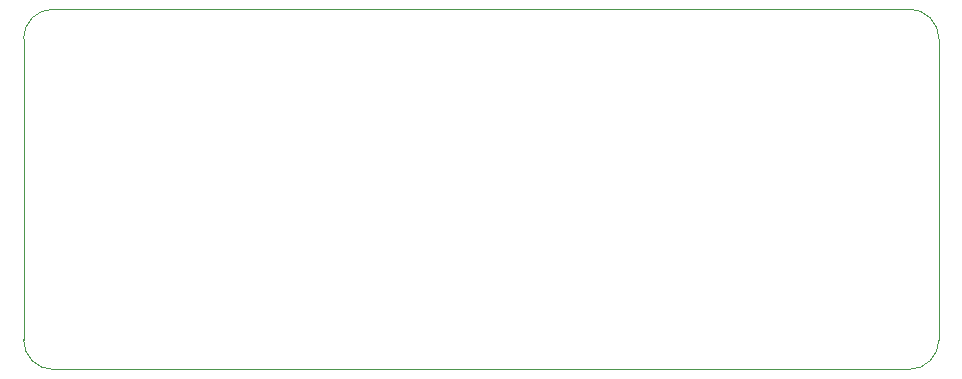
<source format=gm1>
%TF.GenerationSoftware,KiCad,Pcbnew,7.0.1-3b83917a11~172~ubuntu22.10.1*%
%TF.CreationDate,2023-10-02T08:25:51+02:00*%
%TF.ProjectId,hall_sensor_matrix_v2,68616c6c-5f73-4656-9e73-6f725f6d6174,revA*%
%TF.SameCoordinates,Original*%
%TF.FileFunction,Profile,NP*%
%FSLAX46Y46*%
G04 Gerber Fmt 4.6, Leading zero omitted, Abs format (unit mm)*
G04 Created by KiCad (PCBNEW 7.0.1-3b83917a11~172~ubuntu22.10.1) date 2023-10-02 08:25:51*
%MOMM*%
%LPD*%
G01*
G04 APERTURE LIST*
%TA.AperFunction,Profile*%
%ADD10C,0.100000*%
%TD*%
G04 APERTURE END LIST*
D10*
X115000000Y-62000000D02*
X115000000Y-87500000D01*
X40000000Y-59500000D02*
X112500000Y-59500000D01*
X37500000Y-87500000D02*
X37500000Y-62000000D01*
X112500000Y-90000000D02*
X40000000Y-90000000D01*
X112500000Y-90000000D02*
G75*
G03*
X115000000Y-87500000I0J2500000D01*
G01*
X115000000Y-62000000D02*
G75*
G03*
X112500000Y-59500000I-2500000J0D01*
G01*
X40000000Y-59500000D02*
G75*
G03*
X37500000Y-62000000I0J-2500000D01*
G01*
X37500000Y-87500000D02*
G75*
G03*
X40000000Y-90000000I2500000J0D01*
G01*
M02*

</source>
